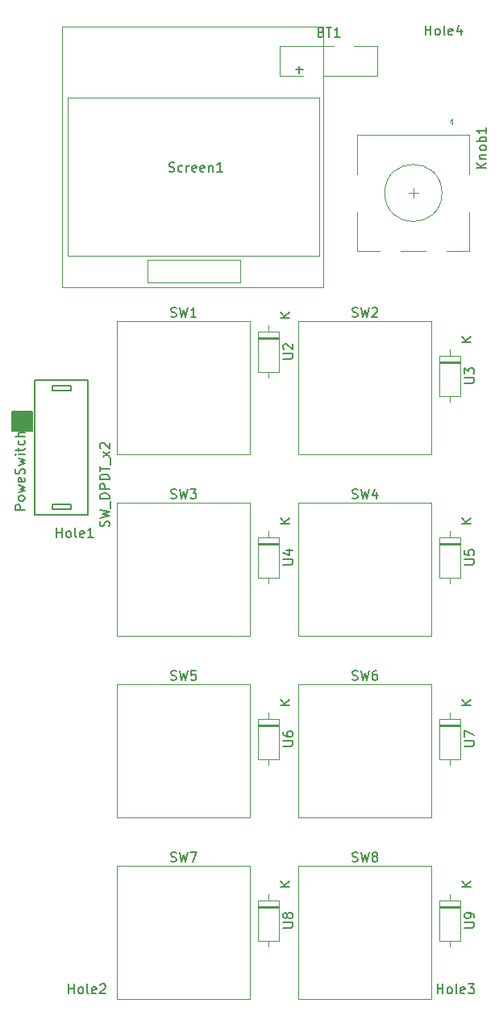
<source format=gbr>
%TF.GenerationSoftware,KiCad,Pcbnew,(6.0.9)*%
%TF.CreationDate,2023-04-09T12:51:12-04:00*%
%TF.ProjectId,MainPad,4d61696e-5061-4642-9e6b-696361645f70,rev?*%
%TF.SameCoordinates,Original*%
%TF.FileFunction,Legend,Top*%
%TF.FilePolarity,Positive*%
%FSLAX46Y46*%
G04 Gerber Fmt 4.6, Leading zero omitted, Abs format (unit mm)*
G04 Created by KiCad (PCBNEW (6.0.9)) date 2023-04-09 12:51:12*
%MOMM*%
%LPD*%
G01*
G04 APERTURE LIST*
%ADD10C,0.150000*%
%ADD11C,0.127000*%
%ADD12C,0.120000*%
G04 APERTURE END LIST*
D10*
%TO.C,Hole1*%
X120015238Y-80462380D02*
X120015238Y-79462380D01*
X120015238Y-79938571D02*
X120586666Y-79938571D01*
X120586666Y-80462380D02*
X120586666Y-79462380D01*
X121205714Y-80462380D02*
X121110476Y-80414761D01*
X121062857Y-80367142D01*
X121015238Y-80271904D01*
X121015238Y-79986190D01*
X121062857Y-79890952D01*
X121110476Y-79843333D01*
X121205714Y-79795714D01*
X121348571Y-79795714D01*
X121443809Y-79843333D01*
X121491428Y-79890952D01*
X121539047Y-79986190D01*
X121539047Y-80271904D01*
X121491428Y-80367142D01*
X121443809Y-80414761D01*
X121348571Y-80462380D01*
X121205714Y-80462380D01*
X122110476Y-80462380D02*
X122015238Y-80414761D01*
X121967619Y-80319523D01*
X121967619Y-79462380D01*
X122872380Y-80414761D02*
X122777142Y-80462380D01*
X122586666Y-80462380D01*
X122491428Y-80414761D01*
X122443809Y-80319523D01*
X122443809Y-79938571D01*
X122491428Y-79843333D01*
X122586666Y-79795714D01*
X122777142Y-79795714D01*
X122872380Y-79843333D01*
X122920000Y-79938571D01*
X122920000Y-80033809D01*
X122443809Y-80129047D01*
X123872380Y-80462380D02*
X123300952Y-80462380D01*
X123586666Y-80462380D02*
X123586666Y-79462380D01*
X123491428Y-79605238D01*
X123396190Y-79700476D01*
X123300952Y-79748095D01*
%TO.C,Hole2*%
X121285238Y-128332380D02*
X121285238Y-127332380D01*
X121285238Y-127808571D02*
X121856666Y-127808571D01*
X121856666Y-128332380D02*
X121856666Y-127332380D01*
X122475714Y-128332380D02*
X122380476Y-128284761D01*
X122332857Y-128237142D01*
X122285238Y-128141904D01*
X122285238Y-127856190D01*
X122332857Y-127760952D01*
X122380476Y-127713333D01*
X122475714Y-127665714D01*
X122618571Y-127665714D01*
X122713809Y-127713333D01*
X122761428Y-127760952D01*
X122809047Y-127856190D01*
X122809047Y-128141904D01*
X122761428Y-128237142D01*
X122713809Y-128284761D01*
X122618571Y-128332380D01*
X122475714Y-128332380D01*
X123380476Y-128332380D02*
X123285238Y-128284761D01*
X123237619Y-128189523D01*
X123237619Y-127332380D01*
X124142380Y-128284761D02*
X124047142Y-128332380D01*
X123856666Y-128332380D01*
X123761428Y-128284761D01*
X123713809Y-128189523D01*
X123713809Y-127808571D01*
X123761428Y-127713333D01*
X123856666Y-127665714D01*
X124047142Y-127665714D01*
X124142380Y-127713333D01*
X124190000Y-127808571D01*
X124190000Y-127903809D01*
X123713809Y-127999047D01*
X124570952Y-127427619D02*
X124618571Y-127380000D01*
X124713809Y-127332380D01*
X124951904Y-127332380D01*
X125047142Y-127380000D01*
X125094761Y-127427619D01*
X125142380Y-127522857D01*
X125142380Y-127618095D01*
X125094761Y-127760952D01*
X124523333Y-128332380D01*
X125142380Y-128332380D01*
%TO.C,Hole3*%
X160020238Y-128332380D02*
X160020238Y-127332380D01*
X160020238Y-127808571D02*
X160591666Y-127808571D01*
X160591666Y-128332380D02*
X160591666Y-127332380D01*
X161210714Y-128332380D02*
X161115476Y-128284761D01*
X161067857Y-128237142D01*
X161020238Y-128141904D01*
X161020238Y-127856190D01*
X161067857Y-127760952D01*
X161115476Y-127713333D01*
X161210714Y-127665714D01*
X161353571Y-127665714D01*
X161448809Y-127713333D01*
X161496428Y-127760952D01*
X161544047Y-127856190D01*
X161544047Y-128141904D01*
X161496428Y-128237142D01*
X161448809Y-128284761D01*
X161353571Y-128332380D01*
X161210714Y-128332380D01*
X162115476Y-128332380D02*
X162020238Y-128284761D01*
X161972619Y-128189523D01*
X161972619Y-127332380D01*
X162877380Y-128284761D02*
X162782142Y-128332380D01*
X162591666Y-128332380D01*
X162496428Y-128284761D01*
X162448809Y-128189523D01*
X162448809Y-127808571D01*
X162496428Y-127713333D01*
X162591666Y-127665714D01*
X162782142Y-127665714D01*
X162877380Y-127713333D01*
X162925000Y-127808571D01*
X162925000Y-127903809D01*
X162448809Y-127999047D01*
X163258333Y-127332380D02*
X163877380Y-127332380D01*
X163544047Y-127713333D01*
X163686904Y-127713333D01*
X163782142Y-127760952D01*
X163829761Y-127808571D01*
X163877380Y-127903809D01*
X163877380Y-128141904D01*
X163829761Y-128237142D01*
X163782142Y-128284761D01*
X163686904Y-128332380D01*
X163401190Y-128332380D01*
X163305952Y-128284761D01*
X163258333Y-128237142D01*
%TO.C,Hole4*%
X158750238Y-27757380D02*
X158750238Y-26757380D01*
X158750238Y-27233571D02*
X159321666Y-27233571D01*
X159321666Y-27757380D02*
X159321666Y-26757380D01*
X159940714Y-27757380D02*
X159845476Y-27709761D01*
X159797857Y-27662142D01*
X159750238Y-27566904D01*
X159750238Y-27281190D01*
X159797857Y-27185952D01*
X159845476Y-27138333D01*
X159940714Y-27090714D01*
X160083571Y-27090714D01*
X160178809Y-27138333D01*
X160226428Y-27185952D01*
X160274047Y-27281190D01*
X160274047Y-27566904D01*
X160226428Y-27662142D01*
X160178809Y-27709761D01*
X160083571Y-27757380D01*
X159940714Y-27757380D01*
X160845476Y-27757380D02*
X160750238Y-27709761D01*
X160702619Y-27614523D01*
X160702619Y-26757380D01*
X161607380Y-27709761D02*
X161512142Y-27757380D01*
X161321666Y-27757380D01*
X161226428Y-27709761D01*
X161178809Y-27614523D01*
X161178809Y-27233571D01*
X161226428Y-27138333D01*
X161321666Y-27090714D01*
X161512142Y-27090714D01*
X161607380Y-27138333D01*
X161655000Y-27233571D01*
X161655000Y-27328809D01*
X161178809Y-27424047D01*
X162512142Y-27090714D02*
X162512142Y-27757380D01*
X162274047Y-26709761D02*
X162035952Y-27424047D01*
X162655000Y-27424047D01*
%TO.C,PoweSwitch1*%
X116657380Y-77572619D02*
X115657380Y-77572619D01*
X115657380Y-77191666D01*
X115705000Y-77096428D01*
X115752619Y-77048809D01*
X115847857Y-77001190D01*
X115990714Y-77001190D01*
X116085952Y-77048809D01*
X116133571Y-77096428D01*
X116181190Y-77191666D01*
X116181190Y-77572619D01*
X116657380Y-76429761D02*
X116609761Y-76525000D01*
X116562142Y-76572619D01*
X116466904Y-76620238D01*
X116181190Y-76620238D01*
X116085952Y-76572619D01*
X116038333Y-76525000D01*
X115990714Y-76429761D01*
X115990714Y-76286904D01*
X116038333Y-76191666D01*
X116085952Y-76144047D01*
X116181190Y-76096428D01*
X116466904Y-76096428D01*
X116562142Y-76144047D01*
X116609761Y-76191666D01*
X116657380Y-76286904D01*
X116657380Y-76429761D01*
X115990714Y-75763095D02*
X116657380Y-75572619D01*
X116181190Y-75382142D01*
X116657380Y-75191666D01*
X115990714Y-75001190D01*
X116609761Y-74239285D02*
X116657380Y-74334523D01*
X116657380Y-74525000D01*
X116609761Y-74620238D01*
X116514523Y-74667857D01*
X116133571Y-74667857D01*
X116038333Y-74620238D01*
X115990714Y-74525000D01*
X115990714Y-74334523D01*
X116038333Y-74239285D01*
X116133571Y-74191666D01*
X116228809Y-74191666D01*
X116324047Y-74667857D01*
X116609761Y-73810714D02*
X116657380Y-73667857D01*
X116657380Y-73429761D01*
X116609761Y-73334523D01*
X116562142Y-73286904D01*
X116466904Y-73239285D01*
X116371666Y-73239285D01*
X116276428Y-73286904D01*
X116228809Y-73334523D01*
X116181190Y-73429761D01*
X116133571Y-73620238D01*
X116085952Y-73715476D01*
X116038333Y-73763095D01*
X115943095Y-73810714D01*
X115847857Y-73810714D01*
X115752619Y-73763095D01*
X115705000Y-73715476D01*
X115657380Y-73620238D01*
X115657380Y-73382142D01*
X115705000Y-73239285D01*
X115990714Y-72905952D02*
X116657380Y-72715476D01*
X116181190Y-72525000D01*
X116657380Y-72334523D01*
X115990714Y-72144047D01*
X116657380Y-71763095D02*
X115990714Y-71763095D01*
X115657380Y-71763095D02*
X115705000Y-71810714D01*
X115752619Y-71763095D01*
X115705000Y-71715476D01*
X115657380Y-71763095D01*
X115752619Y-71763095D01*
X115990714Y-71429761D02*
X115990714Y-71048809D01*
X115657380Y-71286904D02*
X116514523Y-71286904D01*
X116609761Y-71239285D01*
X116657380Y-71144047D01*
X116657380Y-71048809D01*
X116609761Y-70286904D02*
X116657380Y-70382142D01*
X116657380Y-70572619D01*
X116609761Y-70667857D01*
X116562142Y-70715476D01*
X116466904Y-70763095D01*
X116181190Y-70763095D01*
X116085952Y-70715476D01*
X116038333Y-70667857D01*
X115990714Y-70572619D01*
X115990714Y-70382142D01*
X116038333Y-70286904D01*
X116657380Y-69858333D02*
X115657380Y-69858333D01*
X116657380Y-69429761D02*
X116133571Y-69429761D01*
X116038333Y-69477380D01*
X115990714Y-69572619D01*
X115990714Y-69715476D01*
X116038333Y-69810714D01*
X116085952Y-69858333D01*
X116657380Y-68429761D02*
X116657380Y-69001190D01*
X116657380Y-68715476D02*
X115657380Y-68715476D01*
X115800238Y-68810714D01*
X115895476Y-68905952D01*
X115943095Y-69001190D01*
X125499761Y-79310952D02*
X125547380Y-79168095D01*
X125547380Y-78930000D01*
X125499761Y-78834761D01*
X125452142Y-78787142D01*
X125356904Y-78739523D01*
X125261666Y-78739523D01*
X125166428Y-78787142D01*
X125118809Y-78834761D01*
X125071190Y-78930000D01*
X125023571Y-79120476D01*
X124975952Y-79215714D01*
X124928333Y-79263333D01*
X124833095Y-79310952D01*
X124737857Y-79310952D01*
X124642619Y-79263333D01*
X124595000Y-79215714D01*
X124547380Y-79120476D01*
X124547380Y-78882380D01*
X124595000Y-78739523D01*
X124547380Y-78406190D02*
X125547380Y-78168095D01*
X124833095Y-77977619D01*
X125547380Y-77787142D01*
X124547380Y-77549047D01*
X125642619Y-77406190D02*
X125642619Y-76644285D01*
X125547380Y-76406190D02*
X124547380Y-76406190D01*
X124547380Y-76168095D01*
X124595000Y-76025238D01*
X124690238Y-75930000D01*
X124785476Y-75882380D01*
X124975952Y-75834761D01*
X125118809Y-75834761D01*
X125309285Y-75882380D01*
X125404523Y-75930000D01*
X125499761Y-76025238D01*
X125547380Y-76168095D01*
X125547380Y-76406190D01*
X125547380Y-75406190D02*
X124547380Y-75406190D01*
X124547380Y-75025238D01*
X124595000Y-74930000D01*
X124642619Y-74882380D01*
X124737857Y-74834761D01*
X124880714Y-74834761D01*
X124975952Y-74882380D01*
X125023571Y-74930000D01*
X125071190Y-75025238D01*
X125071190Y-75406190D01*
X125547380Y-74406190D02*
X124547380Y-74406190D01*
X124547380Y-74168095D01*
X124595000Y-74025238D01*
X124690238Y-73930000D01*
X124785476Y-73882380D01*
X124975952Y-73834761D01*
X125118809Y-73834761D01*
X125309285Y-73882380D01*
X125404523Y-73930000D01*
X125499761Y-74025238D01*
X125547380Y-74168095D01*
X125547380Y-74406190D01*
X124547380Y-73549047D02*
X124547380Y-72977619D01*
X125547380Y-73263333D02*
X124547380Y-73263333D01*
X125642619Y-72882380D02*
X125642619Y-72120476D01*
X125547380Y-71977619D02*
X124880714Y-71453809D01*
X124880714Y-71977619D02*
X125547380Y-71453809D01*
X124642619Y-71120476D02*
X124595000Y-71072857D01*
X124547380Y-70977619D01*
X124547380Y-70739523D01*
X124595000Y-70644285D01*
X124642619Y-70596666D01*
X124737857Y-70549047D01*
X124833095Y-70549047D01*
X124975952Y-70596666D01*
X125547380Y-71168095D01*
X125547380Y-70549047D01*
%TO.C,U9*%
X162862380Y-121411904D02*
X163671904Y-121411904D01*
X163767142Y-121364285D01*
X163814761Y-121316666D01*
X163862380Y-121221428D01*
X163862380Y-121030952D01*
X163814761Y-120935714D01*
X163767142Y-120888095D01*
X163671904Y-120840476D01*
X162862380Y-120840476D01*
X163862380Y-120316666D02*
X163862380Y-120126190D01*
X163814761Y-120030952D01*
X163767142Y-119983333D01*
X163624285Y-119888095D01*
X163433809Y-119840476D01*
X163052857Y-119840476D01*
X162957619Y-119888095D01*
X162910000Y-119935714D01*
X162862380Y-120030952D01*
X162862380Y-120221428D01*
X162910000Y-120316666D01*
X162957619Y-120364285D01*
X163052857Y-120411904D01*
X163290952Y-120411904D01*
X163386190Y-120364285D01*
X163433809Y-120316666D01*
X163481428Y-120221428D01*
X163481428Y-120030952D01*
X163433809Y-119935714D01*
X163386190Y-119888095D01*
X163290952Y-119840476D01*
X163542380Y-117101904D02*
X162542380Y-117101904D01*
X163542380Y-116530476D02*
X162970952Y-116959047D01*
X162542380Y-116530476D02*
X163113809Y-117101904D01*
%TO.C,U8*%
X143812380Y-121411904D02*
X144621904Y-121411904D01*
X144717142Y-121364285D01*
X144764761Y-121316666D01*
X144812380Y-121221428D01*
X144812380Y-121030952D01*
X144764761Y-120935714D01*
X144717142Y-120888095D01*
X144621904Y-120840476D01*
X143812380Y-120840476D01*
X144240952Y-120221428D02*
X144193333Y-120316666D01*
X144145714Y-120364285D01*
X144050476Y-120411904D01*
X144002857Y-120411904D01*
X143907619Y-120364285D01*
X143860000Y-120316666D01*
X143812380Y-120221428D01*
X143812380Y-120030952D01*
X143860000Y-119935714D01*
X143907619Y-119888095D01*
X144002857Y-119840476D01*
X144050476Y-119840476D01*
X144145714Y-119888095D01*
X144193333Y-119935714D01*
X144240952Y-120030952D01*
X144240952Y-120221428D01*
X144288571Y-120316666D01*
X144336190Y-120364285D01*
X144431428Y-120411904D01*
X144621904Y-120411904D01*
X144717142Y-120364285D01*
X144764761Y-120316666D01*
X144812380Y-120221428D01*
X144812380Y-120030952D01*
X144764761Y-119935714D01*
X144717142Y-119888095D01*
X144621904Y-119840476D01*
X144431428Y-119840476D01*
X144336190Y-119888095D01*
X144288571Y-119935714D01*
X144240952Y-120030952D01*
X144492380Y-117101904D02*
X143492380Y-117101904D01*
X144492380Y-116530476D02*
X143920952Y-116959047D01*
X143492380Y-116530476D02*
X144063809Y-117101904D01*
%TO.C,U7*%
X162862380Y-102361904D02*
X163671904Y-102361904D01*
X163767142Y-102314285D01*
X163814761Y-102266666D01*
X163862380Y-102171428D01*
X163862380Y-101980952D01*
X163814761Y-101885714D01*
X163767142Y-101838095D01*
X163671904Y-101790476D01*
X162862380Y-101790476D01*
X162862380Y-101409523D02*
X162862380Y-100742857D01*
X163862380Y-101171428D01*
X163542380Y-98051904D02*
X162542380Y-98051904D01*
X163542380Y-97480476D02*
X162970952Y-97909047D01*
X162542380Y-97480476D02*
X163113809Y-98051904D01*
%TO.C,U6*%
X143812380Y-102361904D02*
X144621904Y-102361904D01*
X144717142Y-102314285D01*
X144764761Y-102266666D01*
X144812380Y-102171428D01*
X144812380Y-101980952D01*
X144764761Y-101885714D01*
X144717142Y-101838095D01*
X144621904Y-101790476D01*
X143812380Y-101790476D01*
X143812380Y-100885714D02*
X143812380Y-101076190D01*
X143860000Y-101171428D01*
X143907619Y-101219047D01*
X144050476Y-101314285D01*
X144240952Y-101361904D01*
X144621904Y-101361904D01*
X144717142Y-101314285D01*
X144764761Y-101266666D01*
X144812380Y-101171428D01*
X144812380Y-100980952D01*
X144764761Y-100885714D01*
X144717142Y-100838095D01*
X144621904Y-100790476D01*
X144383809Y-100790476D01*
X144288571Y-100838095D01*
X144240952Y-100885714D01*
X144193333Y-100980952D01*
X144193333Y-101171428D01*
X144240952Y-101266666D01*
X144288571Y-101314285D01*
X144383809Y-101361904D01*
X144492380Y-98051904D02*
X143492380Y-98051904D01*
X144492380Y-97480476D02*
X143920952Y-97909047D01*
X143492380Y-97480476D02*
X144063809Y-98051904D01*
%TO.C,U5*%
X162862380Y-83311904D02*
X163671904Y-83311904D01*
X163767142Y-83264285D01*
X163814761Y-83216666D01*
X163862380Y-83121428D01*
X163862380Y-82930952D01*
X163814761Y-82835714D01*
X163767142Y-82788095D01*
X163671904Y-82740476D01*
X162862380Y-82740476D01*
X162862380Y-81788095D02*
X162862380Y-82264285D01*
X163338571Y-82311904D01*
X163290952Y-82264285D01*
X163243333Y-82169047D01*
X163243333Y-81930952D01*
X163290952Y-81835714D01*
X163338571Y-81788095D01*
X163433809Y-81740476D01*
X163671904Y-81740476D01*
X163767142Y-81788095D01*
X163814761Y-81835714D01*
X163862380Y-81930952D01*
X163862380Y-82169047D01*
X163814761Y-82264285D01*
X163767142Y-82311904D01*
X163542380Y-79001904D02*
X162542380Y-79001904D01*
X163542380Y-78430476D02*
X162970952Y-78859047D01*
X162542380Y-78430476D02*
X163113809Y-79001904D01*
%TO.C,U4*%
X143812380Y-83311904D02*
X144621904Y-83311904D01*
X144717142Y-83264285D01*
X144764761Y-83216666D01*
X144812380Y-83121428D01*
X144812380Y-82930952D01*
X144764761Y-82835714D01*
X144717142Y-82788095D01*
X144621904Y-82740476D01*
X143812380Y-82740476D01*
X144145714Y-81835714D02*
X144812380Y-81835714D01*
X143764761Y-82073809D02*
X144479047Y-82311904D01*
X144479047Y-81692857D01*
X144492380Y-79001904D02*
X143492380Y-79001904D01*
X144492380Y-78430476D02*
X143920952Y-78859047D01*
X143492380Y-78430476D02*
X144063809Y-79001904D01*
%TO.C,U3*%
X162862380Y-64261904D02*
X163671904Y-64261904D01*
X163767142Y-64214285D01*
X163814761Y-64166666D01*
X163862380Y-64071428D01*
X163862380Y-63880952D01*
X163814761Y-63785714D01*
X163767142Y-63738095D01*
X163671904Y-63690476D01*
X162862380Y-63690476D01*
X162862380Y-63309523D02*
X162862380Y-62690476D01*
X163243333Y-63023809D01*
X163243333Y-62880952D01*
X163290952Y-62785714D01*
X163338571Y-62738095D01*
X163433809Y-62690476D01*
X163671904Y-62690476D01*
X163767142Y-62738095D01*
X163814761Y-62785714D01*
X163862380Y-62880952D01*
X163862380Y-63166666D01*
X163814761Y-63261904D01*
X163767142Y-63309523D01*
X163542380Y-59951904D02*
X162542380Y-59951904D01*
X163542380Y-59380476D02*
X162970952Y-59809047D01*
X162542380Y-59380476D02*
X163113809Y-59951904D01*
%TO.C,U2*%
X143812380Y-61721904D02*
X144621904Y-61721904D01*
X144717142Y-61674285D01*
X144764761Y-61626666D01*
X144812380Y-61531428D01*
X144812380Y-61340952D01*
X144764761Y-61245714D01*
X144717142Y-61198095D01*
X144621904Y-61150476D01*
X143812380Y-61150476D01*
X143907619Y-60721904D02*
X143860000Y-60674285D01*
X143812380Y-60579047D01*
X143812380Y-60340952D01*
X143860000Y-60245714D01*
X143907619Y-60198095D01*
X144002857Y-60150476D01*
X144098095Y-60150476D01*
X144240952Y-60198095D01*
X144812380Y-60769523D01*
X144812380Y-60150476D01*
X144492380Y-57411904D02*
X143492380Y-57411904D01*
X144492380Y-56840476D02*
X143920952Y-57269047D01*
X143492380Y-56840476D02*
X144063809Y-57411904D01*
%TO.C,SW8*%
X151066666Y-114450761D02*
X151209523Y-114498380D01*
X151447619Y-114498380D01*
X151542857Y-114450761D01*
X151590476Y-114403142D01*
X151638095Y-114307904D01*
X151638095Y-114212666D01*
X151590476Y-114117428D01*
X151542857Y-114069809D01*
X151447619Y-114022190D01*
X151257142Y-113974571D01*
X151161904Y-113926952D01*
X151114285Y-113879333D01*
X151066666Y-113784095D01*
X151066666Y-113688857D01*
X151114285Y-113593619D01*
X151161904Y-113546000D01*
X151257142Y-113498380D01*
X151495238Y-113498380D01*
X151638095Y-113546000D01*
X151971428Y-113498380D02*
X152209523Y-114498380D01*
X152400000Y-113784095D01*
X152590476Y-114498380D01*
X152828571Y-113498380D01*
X153352380Y-113926952D02*
X153257142Y-113879333D01*
X153209523Y-113831714D01*
X153161904Y-113736476D01*
X153161904Y-113688857D01*
X153209523Y-113593619D01*
X153257142Y-113546000D01*
X153352380Y-113498380D01*
X153542857Y-113498380D01*
X153638095Y-113546000D01*
X153685714Y-113593619D01*
X153733333Y-113688857D01*
X153733333Y-113736476D01*
X153685714Y-113831714D01*
X153638095Y-113879333D01*
X153542857Y-113926952D01*
X153352380Y-113926952D01*
X153257142Y-113974571D01*
X153209523Y-114022190D01*
X153161904Y-114117428D01*
X153161904Y-114307904D01*
X153209523Y-114403142D01*
X153257142Y-114450761D01*
X153352380Y-114498380D01*
X153542857Y-114498380D01*
X153638095Y-114450761D01*
X153685714Y-114403142D01*
X153733333Y-114307904D01*
X153733333Y-114117428D01*
X153685714Y-114022190D01*
X153638095Y-113974571D01*
X153542857Y-113926952D01*
%TO.C,SW7*%
X132016666Y-114450761D02*
X132159523Y-114498380D01*
X132397619Y-114498380D01*
X132492857Y-114450761D01*
X132540476Y-114403142D01*
X132588095Y-114307904D01*
X132588095Y-114212666D01*
X132540476Y-114117428D01*
X132492857Y-114069809D01*
X132397619Y-114022190D01*
X132207142Y-113974571D01*
X132111904Y-113926952D01*
X132064285Y-113879333D01*
X132016666Y-113784095D01*
X132016666Y-113688857D01*
X132064285Y-113593619D01*
X132111904Y-113546000D01*
X132207142Y-113498380D01*
X132445238Y-113498380D01*
X132588095Y-113546000D01*
X132921428Y-113498380D02*
X133159523Y-114498380D01*
X133350000Y-113784095D01*
X133540476Y-114498380D01*
X133778571Y-113498380D01*
X134064285Y-113498380D02*
X134730952Y-113498380D01*
X134302380Y-114498380D01*
%TO.C,SW6*%
X151066666Y-95400761D02*
X151209523Y-95448380D01*
X151447619Y-95448380D01*
X151542857Y-95400761D01*
X151590476Y-95353142D01*
X151638095Y-95257904D01*
X151638095Y-95162666D01*
X151590476Y-95067428D01*
X151542857Y-95019809D01*
X151447619Y-94972190D01*
X151257142Y-94924571D01*
X151161904Y-94876952D01*
X151114285Y-94829333D01*
X151066666Y-94734095D01*
X151066666Y-94638857D01*
X151114285Y-94543619D01*
X151161904Y-94496000D01*
X151257142Y-94448380D01*
X151495238Y-94448380D01*
X151638095Y-94496000D01*
X151971428Y-94448380D02*
X152209523Y-95448380D01*
X152400000Y-94734095D01*
X152590476Y-95448380D01*
X152828571Y-94448380D01*
X153638095Y-94448380D02*
X153447619Y-94448380D01*
X153352380Y-94496000D01*
X153304761Y-94543619D01*
X153209523Y-94686476D01*
X153161904Y-94876952D01*
X153161904Y-95257904D01*
X153209523Y-95353142D01*
X153257142Y-95400761D01*
X153352380Y-95448380D01*
X153542857Y-95448380D01*
X153638095Y-95400761D01*
X153685714Y-95353142D01*
X153733333Y-95257904D01*
X153733333Y-95019809D01*
X153685714Y-94924571D01*
X153638095Y-94876952D01*
X153542857Y-94829333D01*
X153352380Y-94829333D01*
X153257142Y-94876952D01*
X153209523Y-94924571D01*
X153161904Y-95019809D01*
%TO.C,SW5*%
X132016666Y-95400761D02*
X132159523Y-95448380D01*
X132397619Y-95448380D01*
X132492857Y-95400761D01*
X132540476Y-95353142D01*
X132588095Y-95257904D01*
X132588095Y-95162666D01*
X132540476Y-95067428D01*
X132492857Y-95019809D01*
X132397619Y-94972190D01*
X132207142Y-94924571D01*
X132111904Y-94876952D01*
X132064285Y-94829333D01*
X132016666Y-94734095D01*
X132016666Y-94638857D01*
X132064285Y-94543619D01*
X132111904Y-94496000D01*
X132207142Y-94448380D01*
X132445238Y-94448380D01*
X132588095Y-94496000D01*
X132921428Y-94448380D02*
X133159523Y-95448380D01*
X133350000Y-94734095D01*
X133540476Y-95448380D01*
X133778571Y-94448380D01*
X134635714Y-94448380D02*
X134159523Y-94448380D01*
X134111904Y-94924571D01*
X134159523Y-94876952D01*
X134254761Y-94829333D01*
X134492857Y-94829333D01*
X134588095Y-94876952D01*
X134635714Y-94924571D01*
X134683333Y-95019809D01*
X134683333Y-95257904D01*
X134635714Y-95353142D01*
X134588095Y-95400761D01*
X134492857Y-95448380D01*
X134254761Y-95448380D01*
X134159523Y-95400761D01*
X134111904Y-95353142D01*
%TO.C,SW4*%
X151066666Y-76350761D02*
X151209523Y-76398380D01*
X151447619Y-76398380D01*
X151542857Y-76350761D01*
X151590476Y-76303142D01*
X151638095Y-76207904D01*
X151638095Y-76112666D01*
X151590476Y-76017428D01*
X151542857Y-75969809D01*
X151447619Y-75922190D01*
X151257142Y-75874571D01*
X151161904Y-75826952D01*
X151114285Y-75779333D01*
X151066666Y-75684095D01*
X151066666Y-75588857D01*
X151114285Y-75493619D01*
X151161904Y-75446000D01*
X151257142Y-75398380D01*
X151495238Y-75398380D01*
X151638095Y-75446000D01*
X151971428Y-75398380D02*
X152209523Y-76398380D01*
X152400000Y-75684095D01*
X152590476Y-76398380D01*
X152828571Y-75398380D01*
X153638095Y-75731714D02*
X153638095Y-76398380D01*
X153400000Y-75350761D02*
X153161904Y-76065047D01*
X153780952Y-76065047D01*
%TO.C,SW3*%
X132016666Y-76350761D02*
X132159523Y-76398380D01*
X132397619Y-76398380D01*
X132492857Y-76350761D01*
X132540476Y-76303142D01*
X132588095Y-76207904D01*
X132588095Y-76112666D01*
X132540476Y-76017428D01*
X132492857Y-75969809D01*
X132397619Y-75922190D01*
X132207142Y-75874571D01*
X132111904Y-75826952D01*
X132064285Y-75779333D01*
X132016666Y-75684095D01*
X132016666Y-75588857D01*
X132064285Y-75493619D01*
X132111904Y-75446000D01*
X132207142Y-75398380D01*
X132445238Y-75398380D01*
X132588095Y-75446000D01*
X132921428Y-75398380D02*
X133159523Y-76398380D01*
X133350000Y-75684095D01*
X133540476Y-76398380D01*
X133778571Y-75398380D01*
X134064285Y-75398380D02*
X134683333Y-75398380D01*
X134350000Y-75779333D01*
X134492857Y-75779333D01*
X134588095Y-75826952D01*
X134635714Y-75874571D01*
X134683333Y-75969809D01*
X134683333Y-76207904D01*
X134635714Y-76303142D01*
X134588095Y-76350761D01*
X134492857Y-76398380D01*
X134207142Y-76398380D01*
X134111904Y-76350761D01*
X134064285Y-76303142D01*
%TO.C,SW2*%
X151066666Y-57300761D02*
X151209523Y-57348380D01*
X151447619Y-57348380D01*
X151542857Y-57300761D01*
X151590476Y-57253142D01*
X151638095Y-57157904D01*
X151638095Y-57062666D01*
X151590476Y-56967428D01*
X151542857Y-56919809D01*
X151447619Y-56872190D01*
X151257142Y-56824571D01*
X151161904Y-56776952D01*
X151114285Y-56729333D01*
X151066666Y-56634095D01*
X151066666Y-56538857D01*
X151114285Y-56443619D01*
X151161904Y-56396000D01*
X151257142Y-56348380D01*
X151495238Y-56348380D01*
X151638095Y-56396000D01*
X151971428Y-56348380D02*
X152209523Y-57348380D01*
X152400000Y-56634095D01*
X152590476Y-57348380D01*
X152828571Y-56348380D01*
X153161904Y-56443619D02*
X153209523Y-56396000D01*
X153304761Y-56348380D01*
X153542857Y-56348380D01*
X153638095Y-56396000D01*
X153685714Y-56443619D01*
X153733333Y-56538857D01*
X153733333Y-56634095D01*
X153685714Y-56776952D01*
X153114285Y-57348380D01*
X153733333Y-57348380D01*
%TO.C,SW1*%
X132016666Y-57300761D02*
X132159523Y-57348380D01*
X132397619Y-57348380D01*
X132492857Y-57300761D01*
X132540476Y-57253142D01*
X132588095Y-57157904D01*
X132588095Y-57062666D01*
X132540476Y-56967428D01*
X132492857Y-56919809D01*
X132397619Y-56872190D01*
X132207142Y-56824571D01*
X132111904Y-56776952D01*
X132064285Y-56729333D01*
X132016666Y-56634095D01*
X132016666Y-56538857D01*
X132064285Y-56443619D01*
X132111904Y-56396000D01*
X132207142Y-56348380D01*
X132445238Y-56348380D01*
X132588095Y-56396000D01*
X132921428Y-56348380D02*
X133159523Y-57348380D01*
X133350000Y-56634095D01*
X133540476Y-57348380D01*
X133778571Y-56348380D01*
X134683333Y-57348380D02*
X134111904Y-57348380D01*
X134397619Y-57348380D02*
X134397619Y-56348380D01*
X134302380Y-56491238D01*
X134207142Y-56586476D01*
X134111904Y-56634095D01*
%TO.C,Screen1*%
X131810476Y-42060761D02*
X131953333Y-42108380D01*
X132191428Y-42108380D01*
X132286666Y-42060761D01*
X132334285Y-42013142D01*
X132381904Y-41917904D01*
X132381904Y-41822666D01*
X132334285Y-41727428D01*
X132286666Y-41679809D01*
X132191428Y-41632190D01*
X132000952Y-41584571D01*
X131905714Y-41536952D01*
X131858095Y-41489333D01*
X131810476Y-41394095D01*
X131810476Y-41298857D01*
X131858095Y-41203619D01*
X131905714Y-41156000D01*
X132000952Y-41108380D01*
X132239047Y-41108380D01*
X132381904Y-41156000D01*
X133239047Y-42060761D02*
X133143809Y-42108380D01*
X132953333Y-42108380D01*
X132858095Y-42060761D01*
X132810476Y-42013142D01*
X132762857Y-41917904D01*
X132762857Y-41632190D01*
X132810476Y-41536952D01*
X132858095Y-41489333D01*
X132953333Y-41441714D01*
X133143809Y-41441714D01*
X133239047Y-41489333D01*
X133667619Y-42108380D02*
X133667619Y-41441714D01*
X133667619Y-41632190D02*
X133715238Y-41536952D01*
X133762857Y-41489333D01*
X133858095Y-41441714D01*
X133953333Y-41441714D01*
X134667619Y-42060761D02*
X134572380Y-42108380D01*
X134381904Y-42108380D01*
X134286666Y-42060761D01*
X134239047Y-41965523D01*
X134239047Y-41584571D01*
X134286666Y-41489333D01*
X134381904Y-41441714D01*
X134572380Y-41441714D01*
X134667619Y-41489333D01*
X134715238Y-41584571D01*
X134715238Y-41679809D01*
X134239047Y-41775047D01*
X135524761Y-42060761D02*
X135429523Y-42108380D01*
X135239047Y-42108380D01*
X135143809Y-42060761D01*
X135096190Y-41965523D01*
X135096190Y-41584571D01*
X135143809Y-41489333D01*
X135239047Y-41441714D01*
X135429523Y-41441714D01*
X135524761Y-41489333D01*
X135572380Y-41584571D01*
X135572380Y-41679809D01*
X135096190Y-41775047D01*
X136000952Y-41441714D02*
X136000952Y-42108380D01*
X136000952Y-41536952D02*
X136048571Y-41489333D01*
X136143809Y-41441714D01*
X136286666Y-41441714D01*
X136381904Y-41489333D01*
X136429523Y-41584571D01*
X136429523Y-42108380D01*
X137429523Y-42108380D02*
X136858095Y-42108380D01*
X137143809Y-42108380D02*
X137143809Y-41108380D01*
X137048571Y-41251238D01*
X136953333Y-41346476D01*
X136858095Y-41394095D01*
%TO.C,Knob1*%
X165132380Y-41725238D02*
X164132380Y-41725238D01*
X165132380Y-41153809D02*
X164560952Y-41582380D01*
X164132380Y-41153809D02*
X164703809Y-41725238D01*
X164465714Y-40725238D02*
X165132380Y-40725238D01*
X164560952Y-40725238D02*
X164513333Y-40677619D01*
X164465714Y-40582380D01*
X164465714Y-40439523D01*
X164513333Y-40344285D01*
X164608571Y-40296666D01*
X165132380Y-40296666D01*
X165132380Y-39677619D02*
X165084761Y-39772857D01*
X165037142Y-39820476D01*
X164941904Y-39868095D01*
X164656190Y-39868095D01*
X164560952Y-39820476D01*
X164513333Y-39772857D01*
X164465714Y-39677619D01*
X164465714Y-39534761D01*
X164513333Y-39439523D01*
X164560952Y-39391904D01*
X164656190Y-39344285D01*
X164941904Y-39344285D01*
X165037142Y-39391904D01*
X165084761Y-39439523D01*
X165132380Y-39534761D01*
X165132380Y-39677619D01*
X165132380Y-38915714D02*
X164132380Y-38915714D01*
X164513333Y-38915714D02*
X164465714Y-38820476D01*
X164465714Y-38630000D01*
X164513333Y-38534761D01*
X164560952Y-38487142D01*
X164656190Y-38439523D01*
X164941904Y-38439523D01*
X165037142Y-38487142D01*
X165084761Y-38534761D01*
X165132380Y-38630000D01*
X165132380Y-38820476D01*
X165084761Y-38915714D01*
X165132380Y-37487142D02*
X165132380Y-38058571D01*
X165132380Y-37772857D02*
X164132380Y-37772857D01*
X164275238Y-37868095D01*
X164370476Y-37963333D01*
X164418095Y-38058571D01*
%TO.C,BT1*%
X147804285Y-27433571D02*
X147947142Y-27481190D01*
X147994761Y-27528809D01*
X148042380Y-27624047D01*
X148042380Y-27766904D01*
X147994761Y-27862142D01*
X147947142Y-27909761D01*
X147851904Y-27957380D01*
X147470952Y-27957380D01*
X147470952Y-26957380D01*
X147804285Y-26957380D01*
X147899523Y-27005000D01*
X147947142Y-27052619D01*
X147994761Y-27147857D01*
X147994761Y-27243095D01*
X147947142Y-27338333D01*
X147899523Y-27385952D01*
X147804285Y-27433571D01*
X147470952Y-27433571D01*
X148328095Y-26957380D02*
X148899523Y-26957380D01*
X148613809Y-27957380D02*
X148613809Y-26957380D01*
X149756666Y-27957380D02*
X149185238Y-27957380D01*
X149470952Y-27957380D02*
X149470952Y-26957380D01*
X149375714Y-27100238D01*
X149280476Y-27195476D01*
X149185238Y-27243095D01*
X145124047Y-31376428D02*
X145885952Y-31376428D01*
X145505000Y-31757380D02*
X145505000Y-30995476D01*
D11*
%TO.C,PoweSwitch1*%
X123280000Y-63970000D02*
X117730000Y-63970000D01*
X117680000Y-63970000D02*
X117680000Y-78070000D01*
X123280000Y-63970000D02*
X123280000Y-78070000D01*
X117680000Y-78070000D02*
X123280000Y-78070000D01*
G36*
X117480000Y-69270000D02*
G01*
X115380000Y-69270000D01*
X115380000Y-67270000D01*
X117480000Y-67270000D01*
X117480000Y-69270000D01*
G37*
X117480000Y-69270000D02*
X115380000Y-69270000D01*
X115380000Y-67270000D01*
X117480000Y-67270000D01*
X117480000Y-69270000D01*
X119530000Y-65020000D02*
X119530000Y-64520000D01*
X119530000Y-64520000D02*
X121530000Y-64520000D01*
X119530000Y-65020000D02*
X121530000Y-65020000D01*
X121530000Y-64520000D02*
X121530000Y-65020000D01*
X119530000Y-77520000D02*
X119530000Y-77020000D01*
X119530000Y-77520000D02*
X121530000Y-77520000D01*
X121530000Y-77520000D02*
X121530000Y-77020000D01*
X121530000Y-77020000D02*
X119530000Y-77020000D01*
D12*
%TO.C,U9*%
X162410000Y-122770000D02*
X162410000Y-118530000D01*
X162410000Y-119250000D02*
X160170000Y-119250000D01*
X162410000Y-119130000D02*
X160170000Y-119130000D01*
X160170000Y-122770000D02*
X162410000Y-122770000D01*
X162410000Y-119370000D02*
X160170000Y-119370000D01*
X161290000Y-117880000D02*
X161290000Y-118530000D01*
X162410000Y-118530000D02*
X160170000Y-118530000D01*
X160170000Y-118530000D02*
X160170000Y-122770000D01*
X161290000Y-123420000D02*
X161290000Y-122770000D01*
%TO.C,U8*%
X143360000Y-122770000D02*
X143360000Y-118530000D01*
X143360000Y-119250000D02*
X141120000Y-119250000D01*
X143360000Y-119130000D02*
X141120000Y-119130000D01*
X141120000Y-122770000D02*
X143360000Y-122770000D01*
X143360000Y-119370000D02*
X141120000Y-119370000D01*
X142240000Y-117880000D02*
X142240000Y-118530000D01*
X143360000Y-118530000D02*
X141120000Y-118530000D01*
X141120000Y-118530000D02*
X141120000Y-122770000D01*
X142240000Y-123420000D02*
X142240000Y-122770000D01*
%TO.C,U7*%
X162410000Y-103720000D02*
X162410000Y-99480000D01*
X162410000Y-100200000D02*
X160170000Y-100200000D01*
X162410000Y-100080000D02*
X160170000Y-100080000D01*
X160170000Y-103720000D02*
X162410000Y-103720000D01*
X162410000Y-100320000D02*
X160170000Y-100320000D01*
X161290000Y-98830000D02*
X161290000Y-99480000D01*
X162410000Y-99480000D02*
X160170000Y-99480000D01*
X160170000Y-99480000D02*
X160170000Y-103720000D01*
X161290000Y-104370000D02*
X161290000Y-103720000D01*
%TO.C,U6*%
X143360000Y-103720000D02*
X143360000Y-99480000D01*
X143360000Y-100200000D02*
X141120000Y-100200000D01*
X143360000Y-100080000D02*
X141120000Y-100080000D01*
X141120000Y-103720000D02*
X143360000Y-103720000D01*
X143360000Y-100320000D02*
X141120000Y-100320000D01*
X142240000Y-98830000D02*
X142240000Y-99480000D01*
X143360000Y-99480000D02*
X141120000Y-99480000D01*
X141120000Y-99480000D02*
X141120000Y-103720000D01*
X142240000Y-104370000D02*
X142240000Y-103720000D01*
%TO.C,U5*%
X162410000Y-84670000D02*
X162410000Y-80430000D01*
X162410000Y-81150000D02*
X160170000Y-81150000D01*
X162410000Y-81030000D02*
X160170000Y-81030000D01*
X160170000Y-84670000D02*
X162410000Y-84670000D01*
X162410000Y-81270000D02*
X160170000Y-81270000D01*
X161290000Y-79780000D02*
X161290000Y-80430000D01*
X162410000Y-80430000D02*
X160170000Y-80430000D01*
X160170000Y-80430000D02*
X160170000Y-84670000D01*
X161290000Y-85320000D02*
X161290000Y-84670000D01*
%TO.C,U4*%
X143360000Y-84670000D02*
X143360000Y-80430000D01*
X143360000Y-81150000D02*
X141120000Y-81150000D01*
X143360000Y-81030000D02*
X141120000Y-81030000D01*
X141120000Y-84670000D02*
X143360000Y-84670000D01*
X143360000Y-81270000D02*
X141120000Y-81270000D01*
X142240000Y-79780000D02*
X142240000Y-80430000D01*
X143360000Y-80430000D02*
X141120000Y-80430000D01*
X141120000Y-80430000D02*
X141120000Y-84670000D01*
X142240000Y-85320000D02*
X142240000Y-84670000D01*
%TO.C,U3*%
X162410000Y-65620000D02*
X162410000Y-61380000D01*
X162410000Y-62100000D02*
X160170000Y-62100000D01*
X162410000Y-61980000D02*
X160170000Y-61980000D01*
X160170000Y-65620000D02*
X162410000Y-65620000D01*
X162410000Y-62220000D02*
X160170000Y-62220000D01*
X161290000Y-60730000D02*
X161290000Y-61380000D01*
X162410000Y-61380000D02*
X160170000Y-61380000D01*
X160170000Y-61380000D02*
X160170000Y-65620000D01*
X161290000Y-66270000D02*
X161290000Y-65620000D01*
%TO.C,U2*%
X143360000Y-63080000D02*
X143360000Y-58840000D01*
X143360000Y-59560000D02*
X141120000Y-59560000D01*
X143360000Y-59440000D02*
X141120000Y-59440000D01*
X141120000Y-63080000D02*
X143360000Y-63080000D01*
X143360000Y-59680000D02*
X141120000Y-59680000D01*
X142240000Y-58190000D02*
X142240000Y-58840000D01*
X143360000Y-58840000D02*
X141120000Y-58840000D01*
X141120000Y-58840000D02*
X141120000Y-63080000D01*
X142240000Y-63730000D02*
X142240000Y-63080000D01*
%TO.C,SW8*%
X159385000Y-114935000D02*
X159385000Y-128905000D01*
X145415000Y-128905000D02*
X145415000Y-114935000D01*
X159385000Y-128905000D02*
X145415000Y-128905000D01*
X145415000Y-114935000D02*
X159385000Y-114935000D01*
%TO.C,SW7*%
X140335000Y-114935000D02*
X140335000Y-128905000D01*
X126365000Y-128905000D02*
X126365000Y-114935000D01*
X140335000Y-128905000D02*
X126365000Y-128905000D01*
X126365000Y-114935000D02*
X140335000Y-114935000D01*
%TO.C,SW6*%
X159385000Y-95885000D02*
X159385000Y-109855000D01*
X145415000Y-109855000D02*
X145415000Y-95885000D01*
X159385000Y-109855000D02*
X145415000Y-109855000D01*
X145415000Y-95885000D02*
X159385000Y-95885000D01*
%TO.C,SW5*%
X140335000Y-95885000D02*
X140335000Y-109855000D01*
X126365000Y-109855000D02*
X126365000Y-95885000D01*
X140335000Y-109855000D02*
X126365000Y-109855000D01*
X126365000Y-95885000D02*
X140335000Y-95885000D01*
%TO.C,SW4*%
X159385000Y-76835000D02*
X159385000Y-90805000D01*
X145415000Y-90805000D02*
X145415000Y-76835000D01*
X159385000Y-90805000D02*
X145415000Y-90805000D01*
X145415000Y-76835000D02*
X159385000Y-76835000D01*
%TO.C,SW3*%
X140335000Y-76835000D02*
X140335000Y-90805000D01*
X126365000Y-90805000D02*
X126365000Y-76835000D01*
X140335000Y-90805000D02*
X126365000Y-90805000D01*
X126365000Y-76835000D02*
X140335000Y-76835000D01*
%TO.C,SW2*%
X159385000Y-57785000D02*
X159385000Y-71755000D01*
X145415000Y-71755000D02*
X145415000Y-57785000D01*
X159385000Y-71755000D02*
X145415000Y-71755000D01*
X145415000Y-57785000D02*
X159385000Y-57785000D01*
%TO.C,SW1*%
X140335000Y-57785000D02*
X140335000Y-71755000D01*
X126365000Y-71755000D02*
X126365000Y-57785000D01*
X140335000Y-71755000D02*
X126365000Y-71755000D01*
X126365000Y-57785000D02*
X140335000Y-57785000D01*
%TO.C,Screen1*%
X121158000Y-50927000D02*
X121412000Y-50915000D01*
X121158000Y-34290000D02*
X121158000Y-50927000D01*
X124498000Y-34315000D02*
X121158000Y-34290000D01*
X124498000Y-50915000D02*
X121412000Y-50915000D01*
X139319000Y-53721000D02*
X139319000Y-51308000D01*
X129540000Y-51308000D02*
X139319000Y-51308000D01*
X129540000Y-53721000D02*
X129540000Y-51308000D01*
X139319000Y-53721000D02*
X129540000Y-53721000D01*
X147598000Y-50915000D02*
X124498000Y-50915000D01*
X147598000Y-34315000D02*
X147598000Y-50915000D01*
X124498000Y-34315000D02*
X147598000Y-34315000D01*
X148020000Y-26910000D02*
X148020000Y-54210000D01*
X120620000Y-26910000D02*
X148020000Y-26910000D01*
X120620000Y-54210000D02*
X120620000Y-26910000D01*
X148020000Y-54210000D02*
X120620000Y-54210000D01*
%TO.C,Knob1*%
X151580000Y-50430000D02*
X151580000Y-46330000D01*
X161580000Y-37130000D02*
X161280000Y-36830000D01*
X161280000Y-36830000D02*
X161580000Y-36530000D01*
X151580000Y-42330000D02*
X151580000Y-38230000D01*
X163380000Y-46330000D02*
X163380000Y-50430000D01*
X163380000Y-50430000D02*
X160980000Y-50430000D01*
X153980000Y-50430000D02*
X151580000Y-50430000D01*
X157980000Y-44330000D02*
X156980000Y-44330000D01*
X163380000Y-42330000D02*
X163380000Y-38230000D01*
X157480000Y-43830000D02*
X157480000Y-44830000D01*
X158780000Y-50430000D02*
X156180000Y-50430000D01*
X163380000Y-38230000D02*
X151580000Y-38230000D01*
X161580000Y-36530000D02*
X161580000Y-37130000D01*
X160480000Y-44330000D02*
G75*
G03*
X160480000Y-44330000I-3000000J0D01*
G01*
%TO.C,BT1*%
X143480000Y-28945000D02*
X149155000Y-28945000D01*
X143480000Y-32015000D02*
X145905000Y-32015000D01*
X151275000Y-28945000D02*
X153700000Y-28945000D01*
X153700000Y-32015000D02*
X153700000Y-28945000D01*
X148025000Y-32015000D02*
X153700000Y-32015000D01*
X143480000Y-32015000D02*
X143480000Y-28945000D01*
%TD*%
M02*

</source>
